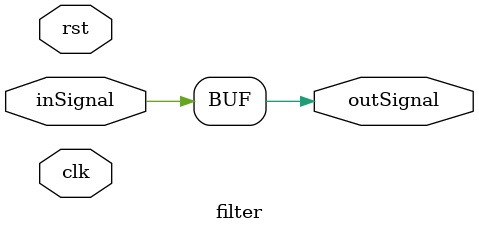
<source format=v>
`timescale 1ns / 1ps
module filter(
    input clk,
    input rst,
    input inSignal,
    output outSignal
    );

assign outSignal = inSignal;

endmodule

</source>
